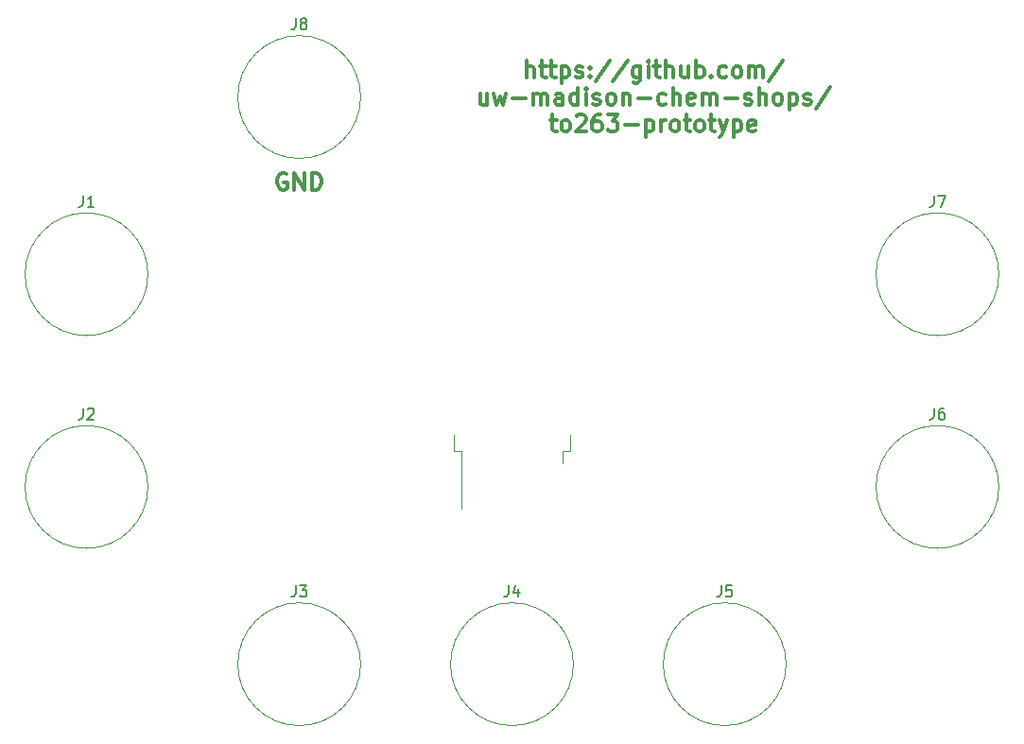
<source format=gbr>
%TF.GenerationSoftware,KiCad,Pcbnew,7.0.9*%
%TF.CreationDate,2023-11-14T16:10:18-06:00*%
%TF.ProjectId,to263-prototype,746f3236-332d-4707-926f-746f74797065,rev?*%
%TF.SameCoordinates,Original*%
%TF.FileFunction,Legend,Top*%
%TF.FilePolarity,Positive*%
%FSLAX46Y46*%
G04 Gerber Fmt 4.6, Leading zero omitted, Abs format (unit mm)*
G04 Created by KiCad (PCBNEW 7.0.9) date 2023-11-14 16:10:18*
%MOMM*%
%LPD*%
G01*
G04 APERTURE LIST*
%ADD10C,0.300000*%
%ADD11C,0.150000*%
%ADD12C,0.120000*%
G04 APERTURE END LIST*
D10*
X90242855Y-49063328D02*
X90242855Y-47563328D01*
X90885713Y-49063328D02*
X90885713Y-48277614D01*
X90885713Y-48277614D02*
X90814284Y-48134757D01*
X90814284Y-48134757D02*
X90671427Y-48063328D01*
X90671427Y-48063328D02*
X90457141Y-48063328D01*
X90457141Y-48063328D02*
X90314284Y-48134757D01*
X90314284Y-48134757D02*
X90242855Y-48206185D01*
X91385713Y-48063328D02*
X91957141Y-48063328D01*
X91599998Y-47563328D02*
X91599998Y-48849042D01*
X91599998Y-48849042D02*
X91671427Y-48991900D01*
X91671427Y-48991900D02*
X91814284Y-49063328D01*
X91814284Y-49063328D02*
X91957141Y-49063328D01*
X92242856Y-48063328D02*
X92814284Y-48063328D01*
X92457141Y-47563328D02*
X92457141Y-48849042D01*
X92457141Y-48849042D02*
X92528570Y-48991900D01*
X92528570Y-48991900D02*
X92671427Y-49063328D01*
X92671427Y-49063328D02*
X92814284Y-49063328D01*
X93314284Y-48063328D02*
X93314284Y-49563328D01*
X93314284Y-48134757D02*
X93457142Y-48063328D01*
X93457142Y-48063328D02*
X93742856Y-48063328D01*
X93742856Y-48063328D02*
X93885713Y-48134757D01*
X93885713Y-48134757D02*
X93957142Y-48206185D01*
X93957142Y-48206185D02*
X94028570Y-48349042D01*
X94028570Y-48349042D02*
X94028570Y-48777614D01*
X94028570Y-48777614D02*
X93957142Y-48920471D01*
X93957142Y-48920471D02*
X93885713Y-48991900D01*
X93885713Y-48991900D02*
X93742856Y-49063328D01*
X93742856Y-49063328D02*
X93457142Y-49063328D01*
X93457142Y-49063328D02*
X93314284Y-48991900D01*
X94599999Y-48991900D02*
X94742856Y-49063328D01*
X94742856Y-49063328D02*
X95028570Y-49063328D01*
X95028570Y-49063328D02*
X95171427Y-48991900D01*
X95171427Y-48991900D02*
X95242856Y-48849042D01*
X95242856Y-48849042D02*
X95242856Y-48777614D01*
X95242856Y-48777614D02*
X95171427Y-48634757D01*
X95171427Y-48634757D02*
X95028570Y-48563328D01*
X95028570Y-48563328D02*
X94814285Y-48563328D01*
X94814285Y-48563328D02*
X94671427Y-48491900D01*
X94671427Y-48491900D02*
X94599999Y-48349042D01*
X94599999Y-48349042D02*
X94599999Y-48277614D01*
X94599999Y-48277614D02*
X94671427Y-48134757D01*
X94671427Y-48134757D02*
X94814285Y-48063328D01*
X94814285Y-48063328D02*
X95028570Y-48063328D01*
X95028570Y-48063328D02*
X95171427Y-48134757D01*
X95885713Y-48920471D02*
X95957142Y-48991900D01*
X95957142Y-48991900D02*
X95885713Y-49063328D01*
X95885713Y-49063328D02*
X95814285Y-48991900D01*
X95814285Y-48991900D02*
X95885713Y-48920471D01*
X95885713Y-48920471D02*
X95885713Y-49063328D01*
X95885713Y-48134757D02*
X95957142Y-48206185D01*
X95957142Y-48206185D02*
X95885713Y-48277614D01*
X95885713Y-48277614D02*
X95814285Y-48206185D01*
X95814285Y-48206185D02*
X95885713Y-48134757D01*
X95885713Y-48134757D02*
X95885713Y-48277614D01*
X97671428Y-47491900D02*
X96385714Y-49420471D01*
X99242857Y-47491900D02*
X97957143Y-49420471D01*
X100385715Y-48063328D02*
X100385715Y-49277614D01*
X100385715Y-49277614D02*
X100314286Y-49420471D01*
X100314286Y-49420471D02*
X100242857Y-49491900D01*
X100242857Y-49491900D02*
X100100000Y-49563328D01*
X100100000Y-49563328D02*
X99885715Y-49563328D01*
X99885715Y-49563328D02*
X99742857Y-49491900D01*
X100385715Y-48991900D02*
X100242857Y-49063328D01*
X100242857Y-49063328D02*
X99957143Y-49063328D01*
X99957143Y-49063328D02*
X99814286Y-48991900D01*
X99814286Y-48991900D02*
X99742857Y-48920471D01*
X99742857Y-48920471D02*
X99671429Y-48777614D01*
X99671429Y-48777614D02*
X99671429Y-48349042D01*
X99671429Y-48349042D02*
X99742857Y-48206185D01*
X99742857Y-48206185D02*
X99814286Y-48134757D01*
X99814286Y-48134757D02*
X99957143Y-48063328D01*
X99957143Y-48063328D02*
X100242857Y-48063328D01*
X100242857Y-48063328D02*
X100385715Y-48134757D01*
X101100000Y-49063328D02*
X101100000Y-48063328D01*
X101100000Y-47563328D02*
X101028572Y-47634757D01*
X101028572Y-47634757D02*
X101100000Y-47706185D01*
X101100000Y-47706185D02*
X101171429Y-47634757D01*
X101171429Y-47634757D02*
X101100000Y-47563328D01*
X101100000Y-47563328D02*
X101100000Y-47706185D01*
X101600001Y-48063328D02*
X102171429Y-48063328D01*
X101814286Y-47563328D02*
X101814286Y-48849042D01*
X101814286Y-48849042D02*
X101885715Y-48991900D01*
X101885715Y-48991900D02*
X102028572Y-49063328D01*
X102028572Y-49063328D02*
X102171429Y-49063328D01*
X102671429Y-49063328D02*
X102671429Y-47563328D01*
X103314287Y-49063328D02*
X103314287Y-48277614D01*
X103314287Y-48277614D02*
X103242858Y-48134757D01*
X103242858Y-48134757D02*
X103100001Y-48063328D01*
X103100001Y-48063328D02*
X102885715Y-48063328D01*
X102885715Y-48063328D02*
X102742858Y-48134757D01*
X102742858Y-48134757D02*
X102671429Y-48206185D01*
X104671430Y-48063328D02*
X104671430Y-49063328D01*
X104028572Y-48063328D02*
X104028572Y-48849042D01*
X104028572Y-48849042D02*
X104100001Y-48991900D01*
X104100001Y-48991900D02*
X104242858Y-49063328D01*
X104242858Y-49063328D02*
X104457144Y-49063328D01*
X104457144Y-49063328D02*
X104600001Y-48991900D01*
X104600001Y-48991900D02*
X104671430Y-48920471D01*
X105385715Y-49063328D02*
X105385715Y-47563328D01*
X105385715Y-48134757D02*
X105528573Y-48063328D01*
X105528573Y-48063328D02*
X105814287Y-48063328D01*
X105814287Y-48063328D02*
X105957144Y-48134757D01*
X105957144Y-48134757D02*
X106028573Y-48206185D01*
X106028573Y-48206185D02*
X106100001Y-48349042D01*
X106100001Y-48349042D02*
X106100001Y-48777614D01*
X106100001Y-48777614D02*
X106028573Y-48920471D01*
X106028573Y-48920471D02*
X105957144Y-48991900D01*
X105957144Y-48991900D02*
X105814287Y-49063328D01*
X105814287Y-49063328D02*
X105528573Y-49063328D01*
X105528573Y-49063328D02*
X105385715Y-48991900D01*
X106742858Y-48920471D02*
X106814287Y-48991900D01*
X106814287Y-48991900D02*
X106742858Y-49063328D01*
X106742858Y-49063328D02*
X106671430Y-48991900D01*
X106671430Y-48991900D02*
X106742858Y-48920471D01*
X106742858Y-48920471D02*
X106742858Y-49063328D01*
X108100002Y-48991900D02*
X107957144Y-49063328D01*
X107957144Y-49063328D02*
X107671430Y-49063328D01*
X107671430Y-49063328D02*
X107528573Y-48991900D01*
X107528573Y-48991900D02*
X107457144Y-48920471D01*
X107457144Y-48920471D02*
X107385716Y-48777614D01*
X107385716Y-48777614D02*
X107385716Y-48349042D01*
X107385716Y-48349042D02*
X107457144Y-48206185D01*
X107457144Y-48206185D02*
X107528573Y-48134757D01*
X107528573Y-48134757D02*
X107671430Y-48063328D01*
X107671430Y-48063328D02*
X107957144Y-48063328D01*
X107957144Y-48063328D02*
X108100002Y-48134757D01*
X108957144Y-49063328D02*
X108814287Y-48991900D01*
X108814287Y-48991900D02*
X108742858Y-48920471D01*
X108742858Y-48920471D02*
X108671430Y-48777614D01*
X108671430Y-48777614D02*
X108671430Y-48349042D01*
X108671430Y-48349042D02*
X108742858Y-48206185D01*
X108742858Y-48206185D02*
X108814287Y-48134757D01*
X108814287Y-48134757D02*
X108957144Y-48063328D01*
X108957144Y-48063328D02*
X109171430Y-48063328D01*
X109171430Y-48063328D02*
X109314287Y-48134757D01*
X109314287Y-48134757D02*
X109385716Y-48206185D01*
X109385716Y-48206185D02*
X109457144Y-48349042D01*
X109457144Y-48349042D02*
X109457144Y-48777614D01*
X109457144Y-48777614D02*
X109385716Y-48920471D01*
X109385716Y-48920471D02*
X109314287Y-48991900D01*
X109314287Y-48991900D02*
X109171430Y-49063328D01*
X109171430Y-49063328D02*
X108957144Y-49063328D01*
X110100001Y-49063328D02*
X110100001Y-48063328D01*
X110100001Y-48206185D02*
X110171430Y-48134757D01*
X110171430Y-48134757D02*
X110314287Y-48063328D01*
X110314287Y-48063328D02*
X110528573Y-48063328D01*
X110528573Y-48063328D02*
X110671430Y-48134757D01*
X110671430Y-48134757D02*
X110742859Y-48277614D01*
X110742859Y-48277614D02*
X110742859Y-49063328D01*
X110742859Y-48277614D02*
X110814287Y-48134757D01*
X110814287Y-48134757D02*
X110957144Y-48063328D01*
X110957144Y-48063328D02*
X111171430Y-48063328D01*
X111171430Y-48063328D02*
X111314287Y-48134757D01*
X111314287Y-48134757D02*
X111385716Y-48277614D01*
X111385716Y-48277614D02*
X111385716Y-49063328D01*
X113171430Y-47491900D02*
X111885716Y-49420471D01*
X86671427Y-50478328D02*
X86671427Y-51478328D01*
X86028569Y-50478328D02*
X86028569Y-51264042D01*
X86028569Y-51264042D02*
X86099998Y-51406900D01*
X86099998Y-51406900D02*
X86242855Y-51478328D01*
X86242855Y-51478328D02*
X86457141Y-51478328D01*
X86457141Y-51478328D02*
X86599998Y-51406900D01*
X86599998Y-51406900D02*
X86671427Y-51335471D01*
X87242855Y-50478328D02*
X87528570Y-51478328D01*
X87528570Y-51478328D02*
X87814284Y-50764042D01*
X87814284Y-50764042D02*
X88099998Y-51478328D01*
X88099998Y-51478328D02*
X88385712Y-50478328D01*
X88957141Y-50906900D02*
X90099999Y-50906900D01*
X90814284Y-51478328D02*
X90814284Y-50478328D01*
X90814284Y-50621185D02*
X90885713Y-50549757D01*
X90885713Y-50549757D02*
X91028570Y-50478328D01*
X91028570Y-50478328D02*
X91242856Y-50478328D01*
X91242856Y-50478328D02*
X91385713Y-50549757D01*
X91385713Y-50549757D02*
X91457142Y-50692614D01*
X91457142Y-50692614D02*
X91457142Y-51478328D01*
X91457142Y-50692614D02*
X91528570Y-50549757D01*
X91528570Y-50549757D02*
X91671427Y-50478328D01*
X91671427Y-50478328D02*
X91885713Y-50478328D01*
X91885713Y-50478328D02*
X92028570Y-50549757D01*
X92028570Y-50549757D02*
X92099999Y-50692614D01*
X92099999Y-50692614D02*
X92099999Y-51478328D01*
X93457142Y-51478328D02*
X93457142Y-50692614D01*
X93457142Y-50692614D02*
X93385713Y-50549757D01*
X93385713Y-50549757D02*
X93242856Y-50478328D01*
X93242856Y-50478328D02*
X92957142Y-50478328D01*
X92957142Y-50478328D02*
X92814284Y-50549757D01*
X93457142Y-51406900D02*
X93314284Y-51478328D01*
X93314284Y-51478328D02*
X92957142Y-51478328D01*
X92957142Y-51478328D02*
X92814284Y-51406900D01*
X92814284Y-51406900D02*
X92742856Y-51264042D01*
X92742856Y-51264042D02*
X92742856Y-51121185D01*
X92742856Y-51121185D02*
X92814284Y-50978328D01*
X92814284Y-50978328D02*
X92957142Y-50906900D01*
X92957142Y-50906900D02*
X93314284Y-50906900D01*
X93314284Y-50906900D02*
X93457142Y-50835471D01*
X94814285Y-51478328D02*
X94814285Y-49978328D01*
X94814285Y-51406900D02*
X94671427Y-51478328D01*
X94671427Y-51478328D02*
X94385713Y-51478328D01*
X94385713Y-51478328D02*
X94242856Y-51406900D01*
X94242856Y-51406900D02*
X94171427Y-51335471D01*
X94171427Y-51335471D02*
X94099999Y-51192614D01*
X94099999Y-51192614D02*
X94099999Y-50764042D01*
X94099999Y-50764042D02*
X94171427Y-50621185D01*
X94171427Y-50621185D02*
X94242856Y-50549757D01*
X94242856Y-50549757D02*
X94385713Y-50478328D01*
X94385713Y-50478328D02*
X94671427Y-50478328D01*
X94671427Y-50478328D02*
X94814285Y-50549757D01*
X95528570Y-51478328D02*
X95528570Y-50478328D01*
X95528570Y-49978328D02*
X95457142Y-50049757D01*
X95457142Y-50049757D02*
X95528570Y-50121185D01*
X95528570Y-50121185D02*
X95599999Y-50049757D01*
X95599999Y-50049757D02*
X95528570Y-49978328D01*
X95528570Y-49978328D02*
X95528570Y-50121185D01*
X96171428Y-51406900D02*
X96314285Y-51478328D01*
X96314285Y-51478328D02*
X96599999Y-51478328D01*
X96599999Y-51478328D02*
X96742856Y-51406900D01*
X96742856Y-51406900D02*
X96814285Y-51264042D01*
X96814285Y-51264042D02*
X96814285Y-51192614D01*
X96814285Y-51192614D02*
X96742856Y-51049757D01*
X96742856Y-51049757D02*
X96599999Y-50978328D01*
X96599999Y-50978328D02*
X96385714Y-50978328D01*
X96385714Y-50978328D02*
X96242856Y-50906900D01*
X96242856Y-50906900D02*
X96171428Y-50764042D01*
X96171428Y-50764042D02*
X96171428Y-50692614D01*
X96171428Y-50692614D02*
X96242856Y-50549757D01*
X96242856Y-50549757D02*
X96385714Y-50478328D01*
X96385714Y-50478328D02*
X96599999Y-50478328D01*
X96599999Y-50478328D02*
X96742856Y-50549757D01*
X97671428Y-51478328D02*
X97528571Y-51406900D01*
X97528571Y-51406900D02*
X97457142Y-51335471D01*
X97457142Y-51335471D02*
X97385714Y-51192614D01*
X97385714Y-51192614D02*
X97385714Y-50764042D01*
X97385714Y-50764042D02*
X97457142Y-50621185D01*
X97457142Y-50621185D02*
X97528571Y-50549757D01*
X97528571Y-50549757D02*
X97671428Y-50478328D01*
X97671428Y-50478328D02*
X97885714Y-50478328D01*
X97885714Y-50478328D02*
X98028571Y-50549757D01*
X98028571Y-50549757D02*
X98100000Y-50621185D01*
X98100000Y-50621185D02*
X98171428Y-50764042D01*
X98171428Y-50764042D02*
X98171428Y-51192614D01*
X98171428Y-51192614D02*
X98100000Y-51335471D01*
X98100000Y-51335471D02*
X98028571Y-51406900D01*
X98028571Y-51406900D02*
X97885714Y-51478328D01*
X97885714Y-51478328D02*
X97671428Y-51478328D01*
X98814285Y-50478328D02*
X98814285Y-51478328D01*
X98814285Y-50621185D02*
X98885714Y-50549757D01*
X98885714Y-50549757D02*
X99028571Y-50478328D01*
X99028571Y-50478328D02*
X99242857Y-50478328D01*
X99242857Y-50478328D02*
X99385714Y-50549757D01*
X99385714Y-50549757D02*
X99457143Y-50692614D01*
X99457143Y-50692614D02*
X99457143Y-51478328D01*
X100171428Y-50906900D02*
X101314286Y-50906900D01*
X102671429Y-51406900D02*
X102528571Y-51478328D01*
X102528571Y-51478328D02*
X102242857Y-51478328D01*
X102242857Y-51478328D02*
X102100000Y-51406900D01*
X102100000Y-51406900D02*
X102028571Y-51335471D01*
X102028571Y-51335471D02*
X101957143Y-51192614D01*
X101957143Y-51192614D02*
X101957143Y-50764042D01*
X101957143Y-50764042D02*
X102028571Y-50621185D01*
X102028571Y-50621185D02*
X102100000Y-50549757D01*
X102100000Y-50549757D02*
X102242857Y-50478328D01*
X102242857Y-50478328D02*
X102528571Y-50478328D01*
X102528571Y-50478328D02*
X102671429Y-50549757D01*
X103314285Y-51478328D02*
X103314285Y-49978328D01*
X103957143Y-51478328D02*
X103957143Y-50692614D01*
X103957143Y-50692614D02*
X103885714Y-50549757D01*
X103885714Y-50549757D02*
X103742857Y-50478328D01*
X103742857Y-50478328D02*
X103528571Y-50478328D01*
X103528571Y-50478328D02*
X103385714Y-50549757D01*
X103385714Y-50549757D02*
X103314285Y-50621185D01*
X105242857Y-51406900D02*
X105100000Y-51478328D01*
X105100000Y-51478328D02*
X104814286Y-51478328D01*
X104814286Y-51478328D02*
X104671428Y-51406900D01*
X104671428Y-51406900D02*
X104600000Y-51264042D01*
X104600000Y-51264042D02*
X104600000Y-50692614D01*
X104600000Y-50692614D02*
X104671428Y-50549757D01*
X104671428Y-50549757D02*
X104814286Y-50478328D01*
X104814286Y-50478328D02*
X105100000Y-50478328D01*
X105100000Y-50478328D02*
X105242857Y-50549757D01*
X105242857Y-50549757D02*
X105314286Y-50692614D01*
X105314286Y-50692614D02*
X105314286Y-50835471D01*
X105314286Y-50835471D02*
X104600000Y-50978328D01*
X105957142Y-51478328D02*
X105957142Y-50478328D01*
X105957142Y-50621185D02*
X106028571Y-50549757D01*
X106028571Y-50549757D02*
X106171428Y-50478328D01*
X106171428Y-50478328D02*
X106385714Y-50478328D01*
X106385714Y-50478328D02*
X106528571Y-50549757D01*
X106528571Y-50549757D02*
X106600000Y-50692614D01*
X106600000Y-50692614D02*
X106600000Y-51478328D01*
X106600000Y-50692614D02*
X106671428Y-50549757D01*
X106671428Y-50549757D02*
X106814285Y-50478328D01*
X106814285Y-50478328D02*
X107028571Y-50478328D01*
X107028571Y-50478328D02*
X107171428Y-50549757D01*
X107171428Y-50549757D02*
X107242857Y-50692614D01*
X107242857Y-50692614D02*
X107242857Y-51478328D01*
X107957142Y-50906900D02*
X109100000Y-50906900D01*
X109742857Y-51406900D02*
X109885714Y-51478328D01*
X109885714Y-51478328D02*
X110171428Y-51478328D01*
X110171428Y-51478328D02*
X110314285Y-51406900D01*
X110314285Y-51406900D02*
X110385714Y-51264042D01*
X110385714Y-51264042D02*
X110385714Y-51192614D01*
X110385714Y-51192614D02*
X110314285Y-51049757D01*
X110314285Y-51049757D02*
X110171428Y-50978328D01*
X110171428Y-50978328D02*
X109957143Y-50978328D01*
X109957143Y-50978328D02*
X109814285Y-50906900D01*
X109814285Y-50906900D02*
X109742857Y-50764042D01*
X109742857Y-50764042D02*
X109742857Y-50692614D01*
X109742857Y-50692614D02*
X109814285Y-50549757D01*
X109814285Y-50549757D02*
X109957143Y-50478328D01*
X109957143Y-50478328D02*
X110171428Y-50478328D01*
X110171428Y-50478328D02*
X110314285Y-50549757D01*
X111028571Y-51478328D02*
X111028571Y-49978328D01*
X111671429Y-51478328D02*
X111671429Y-50692614D01*
X111671429Y-50692614D02*
X111600000Y-50549757D01*
X111600000Y-50549757D02*
X111457143Y-50478328D01*
X111457143Y-50478328D02*
X111242857Y-50478328D01*
X111242857Y-50478328D02*
X111100000Y-50549757D01*
X111100000Y-50549757D02*
X111028571Y-50621185D01*
X112600000Y-51478328D02*
X112457143Y-51406900D01*
X112457143Y-51406900D02*
X112385714Y-51335471D01*
X112385714Y-51335471D02*
X112314286Y-51192614D01*
X112314286Y-51192614D02*
X112314286Y-50764042D01*
X112314286Y-50764042D02*
X112385714Y-50621185D01*
X112385714Y-50621185D02*
X112457143Y-50549757D01*
X112457143Y-50549757D02*
X112600000Y-50478328D01*
X112600000Y-50478328D02*
X112814286Y-50478328D01*
X112814286Y-50478328D02*
X112957143Y-50549757D01*
X112957143Y-50549757D02*
X113028572Y-50621185D01*
X113028572Y-50621185D02*
X113100000Y-50764042D01*
X113100000Y-50764042D02*
X113100000Y-51192614D01*
X113100000Y-51192614D02*
X113028572Y-51335471D01*
X113028572Y-51335471D02*
X112957143Y-51406900D01*
X112957143Y-51406900D02*
X112814286Y-51478328D01*
X112814286Y-51478328D02*
X112600000Y-51478328D01*
X113742857Y-50478328D02*
X113742857Y-51978328D01*
X113742857Y-50549757D02*
X113885715Y-50478328D01*
X113885715Y-50478328D02*
X114171429Y-50478328D01*
X114171429Y-50478328D02*
X114314286Y-50549757D01*
X114314286Y-50549757D02*
X114385715Y-50621185D01*
X114385715Y-50621185D02*
X114457143Y-50764042D01*
X114457143Y-50764042D02*
X114457143Y-51192614D01*
X114457143Y-51192614D02*
X114385715Y-51335471D01*
X114385715Y-51335471D02*
X114314286Y-51406900D01*
X114314286Y-51406900D02*
X114171429Y-51478328D01*
X114171429Y-51478328D02*
X113885715Y-51478328D01*
X113885715Y-51478328D02*
X113742857Y-51406900D01*
X115028572Y-51406900D02*
X115171429Y-51478328D01*
X115171429Y-51478328D02*
X115457143Y-51478328D01*
X115457143Y-51478328D02*
X115600000Y-51406900D01*
X115600000Y-51406900D02*
X115671429Y-51264042D01*
X115671429Y-51264042D02*
X115671429Y-51192614D01*
X115671429Y-51192614D02*
X115600000Y-51049757D01*
X115600000Y-51049757D02*
X115457143Y-50978328D01*
X115457143Y-50978328D02*
X115242858Y-50978328D01*
X115242858Y-50978328D02*
X115100000Y-50906900D01*
X115100000Y-50906900D02*
X115028572Y-50764042D01*
X115028572Y-50764042D02*
X115028572Y-50692614D01*
X115028572Y-50692614D02*
X115100000Y-50549757D01*
X115100000Y-50549757D02*
X115242858Y-50478328D01*
X115242858Y-50478328D02*
X115457143Y-50478328D01*
X115457143Y-50478328D02*
X115600000Y-50549757D01*
X117385715Y-49906900D02*
X116100001Y-51835471D01*
X92314286Y-52893328D02*
X92885714Y-52893328D01*
X92528571Y-52393328D02*
X92528571Y-53679042D01*
X92528571Y-53679042D02*
X92600000Y-53821900D01*
X92600000Y-53821900D02*
X92742857Y-53893328D01*
X92742857Y-53893328D02*
X92885714Y-53893328D01*
X93600000Y-53893328D02*
X93457143Y-53821900D01*
X93457143Y-53821900D02*
X93385714Y-53750471D01*
X93385714Y-53750471D02*
X93314286Y-53607614D01*
X93314286Y-53607614D02*
X93314286Y-53179042D01*
X93314286Y-53179042D02*
X93385714Y-53036185D01*
X93385714Y-53036185D02*
X93457143Y-52964757D01*
X93457143Y-52964757D02*
X93600000Y-52893328D01*
X93600000Y-52893328D02*
X93814286Y-52893328D01*
X93814286Y-52893328D02*
X93957143Y-52964757D01*
X93957143Y-52964757D02*
X94028572Y-53036185D01*
X94028572Y-53036185D02*
X94100000Y-53179042D01*
X94100000Y-53179042D02*
X94100000Y-53607614D01*
X94100000Y-53607614D02*
X94028572Y-53750471D01*
X94028572Y-53750471D02*
X93957143Y-53821900D01*
X93957143Y-53821900D02*
X93814286Y-53893328D01*
X93814286Y-53893328D02*
X93600000Y-53893328D01*
X94671429Y-52536185D02*
X94742857Y-52464757D01*
X94742857Y-52464757D02*
X94885715Y-52393328D01*
X94885715Y-52393328D02*
X95242857Y-52393328D01*
X95242857Y-52393328D02*
X95385715Y-52464757D01*
X95385715Y-52464757D02*
X95457143Y-52536185D01*
X95457143Y-52536185D02*
X95528572Y-52679042D01*
X95528572Y-52679042D02*
X95528572Y-52821900D01*
X95528572Y-52821900D02*
X95457143Y-53036185D01*
X95457143Y-53036185D02*
X94600000Y-53893328D01*
X94600000Y-53893328D02*
X95528572Y-53893328D01*
X96814286Y-52393328D02*
X96528571Y-52393328D01*
X96528571Y-52393328D02*
X96385714Y-52464757D01*
X96385714Y-52464757D02*
X96314286Y-52536185D01*
X96314286Y-52536185D02*
X96171428Y-52750471D01*
X96171428Y-52750471D02*
X96100000Y-53036185D01*
X96100000Y-53036185D02*
X96100000Y-53607614D01*
X96100000Y-53607614D02*
X96171428Y-53750471D01*
X96171428Y-53750471D02*
X96242857Y-53821900D01*
X96242857Y-53821900D02*
X96385714Y-53893328D01*
X96385714Y-53893328D02*
X96671428Y-53893328D01*
X96671428Y-53893328D02*
X96814286Y-53821900D01*
X96814286Y-53821900D02*
X96885714Y-53750471D01*
X96885714Y-53750471D02*
X96957143Y-53607614D01*
X96957143Y-53607614D02*
X96957143Y-53250471D01*
X96957143Y-53250471D02*
X96885714Y-53107614D01*
X96885714Y-53107614D02*
X96814286Y-53036185D01*
X96814286Y-53036185D02*
X96671428Y-52964757D01*
X96671428Y-52964757D02*
X96385714Y-52964757D01*
X96385714Y-52964757D02*
X96242857Y-53036185D01*
X96242857Y-53036185D02*
X96171428Y-53107614D01*
X96171428Y-53107614D02*
X96100000Y-53250471D01*
X97457142Y-52393328D02*
X98385714Y-52393328D01*
X98385714Y-52393328D02*
X97885714Y-52964757D01*
X97885714Y-52964757D02*
X98099999Y-52964757D01*
X98099999Y-52964757D02*
X98242857Y-53036185D01*
X98242857Y-53036185D02*
X98314285Y-53107614D01*
X98314285Y-53107614D02*
X98385714Y-53250471D01*
X98385714Y-53250471D02*
X98385714Y-53607614D01*
X98385714Y-53607614D02*
X98314285Y-53750471D01*
X98314285Y-53750471D02*
X98242857Y-53821900D01*
X98242857Y-53821900D02*
X98099999Y-53893328D01*
X98099999Y-53893328D02*
X97671428Y-53893328D01*
X97671428Y-53893328D02*
X97528571Y-53821900D01*
X97528571Y-53821900D02*
X97457142Y-53750471D01*
X99028570Y-53321900D02*
X100171428Y-53321900D01*
X100885713Y-52893328D02*
X100885713Y-54393328D01*
X100885713Y-52964757D02*
X101028571Y-52893328D01*
X101028571Y-52893328D02*
X101314285Y-52893328D01*
X101314285Y-52893328D02*
X101457142Y-52964757D01*
X101457142Y-52964757D02*
X101528571Y-53036185D01*
X101528571Y-53036185D02*
X101599999Y-53179042D01*
X101599999Y-53179042D02*
X101599999Y-53607614D01*
X101599999Y-53607614D02*
X101528571Y-53750471D01*
X101528571Y-53750471D02*
X101457142Y-53821900D01*
X101457142Y-53821900D02*
X101314285Y-53893328D01*
X101314285Y-53893328D02*
X101028571Y-53893328D01*
X101028571Y-53893328D02*
X100885713Y-53821900D01*
X102242856Y-53893328D02*
X102242856Y-52893328D01*
X102242856Y-53179042D02*
X102314285Y-53036185D01*
X102314285Y-53036185D02*
X102385714Y-52964757D01*
X102385714Y-52964757D02*
X102528571Y-52893328D01*
X102528571Y-52893328D02*
X102671428Y-52893328D01*
X103385713Y-53893328D02*
X103242856Y-53821900D01*
X103242856Y-53821900D02*
X103171427Y-53750471D01*
X103171427Y-53750471D02*
X103099999Y-53607614D01*
X103099999Y-53607614D02*
X103099999Y-53179042D01*
X103099999Y-53179042D02*
X103171427Y-53036185D01*
X103171427Y-53036185D02*
X103242856Y-52964757D01*
X103242856Y-52964757D02*
X103385713Y-52893328D01*
X103385713Y-52893328D02*
X103599999Y-52893328D01*
X103599999Y-52893328D02*
X103742856Y-52964757D01*
X103742856Y-52964757D02*
X103814285Y-53036185D01*
X103814285Y-53036185D02*
X103885713Y-53179042D01*
X103885713Y-53179042D02*
X103885713Y-53607614D01*
X103885713Y-53607614D02*
X103814285Y-53750471D01*
X103814285Y-53750471D02*
X103742856Y-53821900D01*
X103742856Y-53821900D02*
X103599999Y-53893328D01*
X103599999Y-53893328D02*
X103385713Y-53893328D01*
X104314285Y-52893328D02*
X104885713Y-52893328D01*
X104528570Y-52393328D02*
X104528570Y-53679042D01*
X104528570Y-53679042D02*
X104599999Y-53821900D01*
X104599999Y-53821900D02*
X104742856Y-53893328D01*
X104742856Y-53893328D02*
X104885713Y-53893328D01*
X105599999Y-53893328D02*
X105457142Y-53821900D01*
X105457142Y-53821900D02*
X105385713Y-53750471D01*
X105385713Y-53750471D02*
X105314285Y-53607614D01*
X105314285Y-53607614D02*
X105314285Y-53179042D01*
X105314285Y-53179042D02*
X105385713Y-53036185D01*
X105385713Y-53036185D02*
X105457142Y-52964757D01*
X105457142Y-52964757D02*
X105599999Y-52893328D01*
X105599999Y-52893328D02*
X105814285Y-52893328D01*
X105814285Y-52893328D02*
X105957142Y-52964757D01*
X105957142Y-52964757D02*
X106028571Y-53036185D01*
X106028571Y-53036185D02*
X106099999Y-53179042D01*
X106099999Y-53179042D02*
X106099999Y-53607614D01*
X106099999Y-53607614D02*
X106028571Y-53750471D01*
X106028571Y-53750471D02*
X105957142Y-53821900D01*
X105957142Y-53821900D02*
X105814285Y-53893328D01*
X105814285Y-53893328D02*
X105599999Y-53893328D01*
X106528571Y-52893328D02*
X107099999Y-52893328D01*
X106742856Y-52393328D02*
X106742856Y-53679042D01*
X106742856Y-53679042D02*
X106814285Y-53821900D01*
X106814285Y-53821900D02*
X106957142Y-53893328D01*
X106957142Y-53893328D02*
X107099999Y-53893328D01*
X107457142Y-52893328D02*
X107814285Y-53893328D01*
X108171428Y-52893328D02*
X107814285Y-53893328D01*
X107814285Y-53893328D02*
X107671428Y-54250471D01*
X107671428Y-54250471D02*
X107599999Y-54321900D01*
X107599999Y-54321900D02*
X107457142Y-54393328D01*
X108742856Y-52893328D02*
X108742856Y-54393328D01*
X108742856Y-52964757D02*
X108885714Y-52893328D01*
X108885714Y-52893328D02*
X109171428Y-52893328D01*
X109171428Y-52893328D02*
X109314285Y-52964757D01*
X109314285Y-52964757D02*
X109385714Y-53036185D01*
X109385714Y-53036185D02*
X109457142Y-53179042D01*
X109457142Y-53179042D02*
X109457142Y-53607614D01*
X109457142Y-53607614D02*
X109385714Y-53750471D01*
X109385714Y-53750471D02*
X109314285Y-53821900D01*
X109314285Y-53821900D02*
X109171428Y-53893328D01*
X109171428Y-53893328D02*
X108885714Y-53893328D01*
X108885714Y-53893328D02*
X108742856Y-53821900D01*
X110671428Y-53821900D02*
X110528571Y-53893328D01*
X110528571Y-53893328D02*
X110242857Y-53893328D01*
X110242857Y-53893328D02*
X110099999Y-53821900D01*
X110099999Y-53821900D02*
X110028571Y-53679042D01*
X110028571Y-53679042D02*
X110028571Y-53107614D01*
X110028571Y-53107614D02*
X110099999Y-52964757D01*
X110099999Y-52964757D02*
X110242857Y-52893328D01*
X110242857Y-52893328D02*
X110528571Y-52893328D01*
X110528571Y-52893328D02*
X110671428Y-52964757D01*
X110671428Y-52964757D02*
X110742857Y-53107614D01*
X110742857Y-53107614D02*
X110742857Y-53250471D01*
X110742857Y-53250471D02*
X110028571Y-53393328D01*
X68707143Y-57669757D02*
X68564286Y-57598328D01*
X68564286Y-57598328D02*
X68350000Y-57598328D01*
X68350000Y-57598328D02*
X68135714Y-57669757D01*
X68135714Y-57669757D02*
X67992857Y-57812614D01*
X67992857Y-57812614D02*
X67921428Y-57955471D01*
X67921428Y-57955471D02*
X67850000Y-58241185D01*
X67850000Y-58241185D02*
X67850000Y-58455471D01*
X67850000Y-58455471D02*
X67921428Y-58741185D01*
X67921428Y-58741185D02*
X67992857Y-58884042D01*
X67992857Y-58884042D02*
X68135714Y-59026900D01*
X68135714Y-59026900D02*
X68350000Y-59098328D01*
X68350000Y-59098328D02*
X68492857Y-59098328D01*
X68492857Y-59098328D02*
X68707143Y-59026900D01*
X68707143Y-59026900D02*
X68778571Y-58955471D01*
X68778571Y-58955471D02*
X68778571Y-58455471D01*
X68778571Y-58455471D02*
X68492857Y-58455471D01*
X69421428Y-59098328D02*
X69421428Y-57598328D01*
X69421428Y-57598328D02*
X70278571Y-59098328D01*
X70278571Y-59098328D02*
X70278571Y-57598328D01*
X70992857Y-59098328D02*
X70992857Y-57598328D01*
X70992857Y-57598328D02*
X71350000Y-57598328D01*
X71350000Y-57598328D02*
X71564286Y-57669757D01*
X71564286Y-57669757D02*
X71707143Y-57812614D01*
X71707143Y-57812614D02*
X71778572Y-57955471D01*
X71778572Y-57955471D02*
X71850000Y-58241185D01*
X71850000Y-58241185D02*
X71850000Y-58455471D01*
X71850000Y-58455471D02*
X71778572Y-58741185D01*
X71778572Y-58741185D02*
X71707143Y-58884042D01*
X71707143Y-58884042D02*
X71564286Y-59026900D01*
X71564286Y-59026900D02*
X71350000Y-59098328D01*
X71350000Y-59098328D02*
X70992857Y-59098328D01*
D11*
X69516666Y-43754819D02*
X69516666Y-44469104D01*
X69516666Y-44469104D02*
X69469047Y-44611961D01*
X69469047Y-44611961D02*
X69373809Y-44707200D01*
X69373809Y-44707200D02*
X69230952Y-44754819D01*
X69230952Y-44754819D02*
X69135714Y-44754819D01*
X70135714Y-44183390D02*
X70040476Y-44135771D01*
X70040476Y-44135771D02*
X69992857Y-44088152D01*
X69992857Y-44088152D02*
X69945238Y-43992914D01*
X69945238Y-43992914D02*
X69945238Y-43945295D01*
X69945238Y-43945295D02*
X69992857Y-43850057D01*
X69992857Y-43850057D02*
X70040476Y-43802438D01*
X70040476Y-43802438D02*
X70135714Y-43754819D01*
X70135714Y-43754819D02*
X70326190Y-43754819D01*
X70326190Y-43754819D02*
X70421428Y-43802438D01*
X70421428Y-43802438D02*
X70469047Y-43850057D01*
X70469047Y-43850057D02*
X70516666Y-43945295D01*
X70516666Y-43945295D02*
X70516666Y-43992914D01*
X70516666Y-43992914D02*
X70469047Y-44088152D01*
X70469047Y-44088152D02*
X70421428Y-44135771D01*
X70421428Y-44135771D02*
X70326190Y-44183390D01*
X70326190Y-44183390D02*
X70135714Y-44183390D01*
X70135714Y-44183390D02*
X70040476Y-44231009D01*
X70040476Y-44231009D02*
X69992857Y-44278628D01*
X69992857Y-44278628D02*
X69945238Y-44373866D01*
X69945238Y-44373866D02*
X69945238Y-44564342D01*
X69945238Y-44564342D02*
X69992857Y-44659580D01*
X69992857Y-44659580D02*
X70040476Y-44707200D01*
X70040476Y-44707200D02*
X70135714Y-44754819D01*
X70135714Y-44754819D02*
X70326190Y-44754819D01*
X70326190Y-44754819D02*
X70421428Y-44707200D01*
X70421428Y-44707200D02*
X70469047Y-44659580D01*
X70469047Y-44659580D02*
X70516666Y-44564342D01*
X70516666Y-44564342D02*
X70516666Y-44373866D01*
X70516666Y-44373866D02*
X70469047Y-44278628D01*
X70469047Y-44278628D02*
X70421428Y-44231009D01*
X70421428Y-44231009D02*
X70326190Y-44183390D01*
X88566666Y-94554819D02*
X88566666Y-95269104D01*
X88566666Y-95269104D02*
X88519047Y-95411961D01*
X88519047Y-95411961D02*
X88423809Y-95507200D01*
X88423809Y-95507200D02*
X88280952Y-95554819D01*
X88280952Y-95554819D02*
X88185714Y-95554819D01*
X89471428Y-94888152D02*
X89471428Y-95554819D01*
X89233333Y-94507200D02*
X88995238Y-95221485D01*
X88995238Y-95221485D02*
X89614285Y-95221485D01*
X50466666Y-59629819D02*
X50466666Y-60344104D01*
X50466666Y-60344104D02*
X50419047Y-60486961D01*
X50419047Y-60486961D02*
X50323809Y-60582200D01*
X50323809Y-60582200D02*
X50180952Y-60629819D01*
X50180952Y-60629819D02*
X50085714Y-60629819D01*
X51466666Y-60629819D02*
X50895238Y-60629819D01*
X51180952Y-60629819D02*
X51180952Y-59629819D01*
X51180952Y-59629819D02*
X51085714Y-59772676D01*
X51085714Y-59772676D02*
X50990476Y-59867914D01*
X50990476Y-59867914D02*
X50895238Y-59915533D01*
X69516666Y-94554819D02*
X69516666Y-95269104D01*
X69516666Y-95269104D02*
X69469047Y-95411961D01*
X69469047Y-95411961D02*
X69373809Y-95507200D01*
X69373809Y-95507200D02*
X69230952Y-95554819D01*
X69230952Y-95554819D02*
X69135714Y-95554819D01*
X69897619Y-94554819D02*
X70516666Y-94554819D01*
X70516666Y-94554819D02*
X70183333Y-94935771D01*
X70183333Y-94935771D02*
X70326190Y-94935771D01*
X70326190Y-94935771D02*
X70421428Y-94983390D01*
X70421428Y-94983390D02*
X70469047Y-95031009D01*
X70469047Y-95031009D02*
X70516666Y-95126247D01*
X70516666Y-95126247D02*
X70516666Y-95364342D01*
X70516666Y-95364342D02*
X70469047Y-95459580D01*
X70469047Y-95459580D02*
X70421428Y-95507200D01*
X70421428Y-95507200D02*
X70326190Y-95554819D01*
X70326190Y-95554819D02*
X70040476Y-95554819D01*
X70040476Y-95554819D02*
X69945238Y-95507200D01*
X69945238Y-95507200D02*
X69897619Y-95459580D01*
X126666666Y-78679819D02*
X126666666Y-79394104D01*
X126666666Y-79394104D02*
X126619047Y-79536961D01*
X126619047Y-79536961D02*
X126523809Y-79632200D01*
X126523809Y-79632200D02*
X126380952Y-79679819D01*
X126380952Y-79679819D02*
X126285714Y-79679819D01*
X127571428Y-78679819D02*
X127380952Y-78679819D01*
X127380952Y-78679819D02*
X127285714Y-78727438D01*
X127285714Y-78727438D02*
X127238095Y-78775057D01*
X127238095Y-78775057D02*
X127142857Y-78917914D01*
X127142857Y-78917914D02*
X127095238Y-79108390D01*
X127095238Y-79108390D02*
X127095238Y-79489342D01*
X127095238Y-79489342D02*
X127142857Y-79584580D01*
X127142857Y-79584580D02*
X127190476Y-79632200D01*
X127190476Y-79632200D02*
X127285714Y-79679819D01*
X127285714Y-79679819D02*
X127476190Y-79679819D01*
X127476190Y-79679819D02*
X127571428Y-79632200D01*
X127571428Y-79632200D02*
X127619047Y-79584580D01*
X127619047Y-79584580D02*
X127666666Y-79489342D01*
X127666666Y-79489342D02*
X127666666Y-79251247D01*
X127666666Y-79251247D02*
X127619047Y-79156009D01*
X127619047Y-79156009D02*
X127571428Y-79108390D01*
X127571428Y-79108390D02*
X127476190Y-79060771D01*
X127476190Y-79060771D02*
X127285714Y-79060771D01*
X127285714Y-79060771D02*
X127190476Y-79108390D01*
X127190476Y-79108390D02*
X127142857Y-79156009D01*
X127142857Y-79156009D02*
X127095238Y-79251247D01*
X107616666Y-94554819D02*
X107616666Y-95269104D01*
X107616666Y-95269104D02*
X107569047Y-95411961D01*
X107569047Y-95411961D02*
X107473809Y-95507200D01*
X107473809Y-95507200D02*
X107330952Y-95554819D01*
X107330952Y-95554819D02*
X107235714Y-95554819D01*
X108569047Y-94554819D02*
X108092857Y-94554819D01*
X108092857Y-94554819D02*
X108045238Y-95031009D01*
X108045238Y-95031009D02*
X108092857Y-94983390D01*
X108092857Y-94983390D02*
X108188095Y-94935771D01*
X108188095Y-94935771D02*
X108426190Y-94935771D01*
X108426190Y-94935771D02*
X108521428Y-94983390D01*
X108521428Y-94983390D02*
X108569047Y-95031009D01*
X108569047Y-95031009D02*
X108616666Y-95126247D01*
X108616666Y-95126247D02*
X108616666Y-95364342D01*
X108616666Y-95364342D02*
X108569047Y-95459580D01*
X108569047Y-95459580D02*
X108521428Y-95507200D01*
X108521428Y-95507200D02*
X108426190Y-95554819D01*
X108426190Y-95554819D02*
X108188095Y-95554819D01*
X108188095Y-95554819D02*
X108092857Y-95507200D01*
X108092857Y-95507200D02*
X108045238Y-95459580D01*
X50466666Y-78679819D02*
X50466666Y-79394104D01*
X50466666Y-79394104D02*
X50419047Y-79536961D01*
X50419047Y-79536961D02*
X50323809Y-79632200D01*
X50323809Y-79632200D02*
X50180952Y-79679819D01*
X50180952Y-79679819D02*
X50085714Y-79679819D01*
X50895238Y-78775057D02*
X50942857Y-78727438D01*
X50942857Y-78727438D02*
X51038095Y-78679819D01*
X51038095Y-78679819D02*
X51276190Y-78679819D01*
X51276190Y-78679819D02*
X51371428Y-78727438D01*
X51371428Y-78727438D02*
X51419047Y-78775057D01*
X51419047Y-78775057D02*
X51466666Y-78870295D01*
X51466666Y-78870295D02*
X51466666Y-78965533D01*
X51466666Y-78965533D02*
X51419047Y-79108390D01*
X51419047Y-79108390D02*
X50847619Y-79679819D01*
X50847619Y-79679819D02*
X51466666Y-79679819D01*
X126666666Y-59629819D02*
X126666666Y-60344104D01*
X126666666Y-60344104D02*
X126619047Y-60486961D01*
X126619047Y-60486961D02*
X126523809Y-60582200D01*
X126523809Y-60582200D02*
X126380952Y-60629819D01*
X126380952Y-60629819D02*
X126285714Y-60629819D01*
X127047619Y-59629819D02*
X127714285Y-59629819D01*
X127714285Y-59629819D02*
X127285714Y-60629819D01*
D12*
%TO.C,J8*%
X75350000Y-50800000D02*
G75*
G03*
X75350000Y-50800000I-5500000J0D01*
G01*
%TO.C,J4*%
X94400000Y-101600000D02*
G75*
G03*
X94400000Y-101600000I-5500000J0D01*
G01*
%TO.C,J1*%
X56300000Y-66675000D02*
G75*
G03*
X56300000Y-66675000I-5500000J0D01*
G01*
%TO.C,J3*%
X75350000Y-101600000D02*
G75*
G03*
X75350000Y-101600000I-5500000J0D01*
G01*
%TO.C,J6*%
X132500000Y-85725000D02*
G75*
G03*
X132500000Y-85725000I-5500000J0D01*
G01*
%TO.C,J5*%
X113450000Y-101600000D02*
G75*
G03*
X113450000Y-101600000I-5500000J0D01*
G01*
%TO.C,J2*%
X56300000Y-85725000D02*
G75*
G03*
X56300000Y-85725000I-5500000J0D01*
G01*
%TO.C,J7*%
X132500000Y-66675000D02*
G75*
G03*
X132500000Y-66675000I-5500000J0D01*
G01*
%TO.C,U1*%
X83700000Y-82525000D02*
X84390000Y-82525000D01*
X84390000Y-82525000D02*
X84390000Y-87650000D01*
X93410000Y-82525000D02*
X93410000Y-83625000D01*
X94100000Y-82525000D02*
X93410000Y-82525000D01*
X83700000Y-81025000D02*
X83700000Y-82525000D01*
X94100000Y-81025000D02*
X94100000Y-82525000D01*
%TD*%
M02*

</source>
